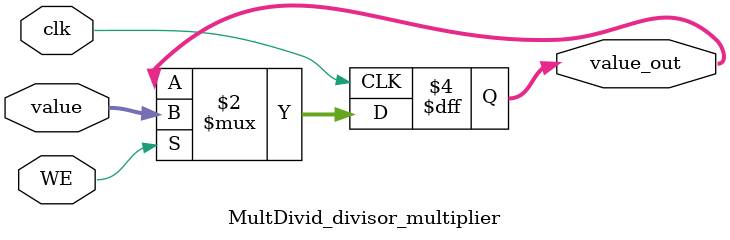
<source format=v>
module MultDivid_divisor_multiplier(value, value_out, clk, WE);
		    
	input [33:0] value; //value to store into register
	input clk; //clock
	input WE; //write enable signal to store the value into the register
	output [33:0] value_out; // output to be sent to where?

   reg [33:0] value_out;
   always @ (posedge clk)
      begin
         if (WE)
            begin
               value_out <= value;
            end
      end

endmodule

</source>
